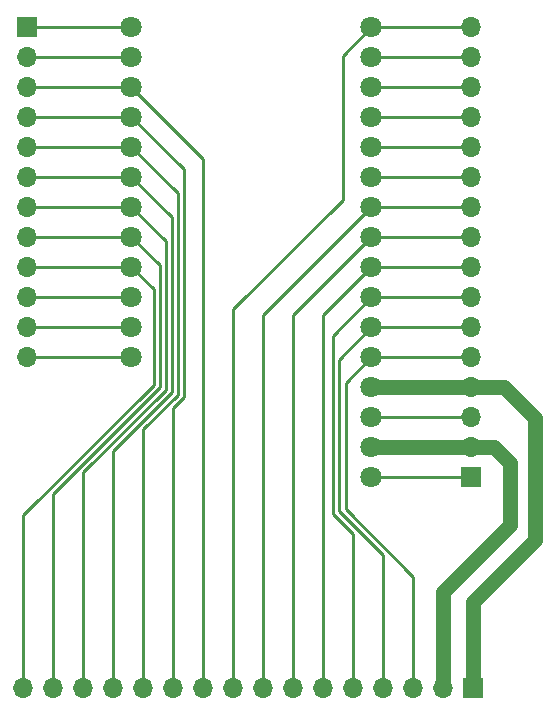
<source format=gbr>
%TF.GenerationSoftware,KiCad,Pcbnew,(5.1.8)-1*%
%TF.CreationDate,2021-11-07T11:05:33-05:00*%
%TF.ProjectId,controller,636f6e74-726f-46c6-9c65-722e6b696361,rev?*%
%TF.SameCoordinates,Original*%
%TF.FileFunction,Copper,L1,Top*%
%TF.FilePolarity,Positive*%
%FSLAX46Y46*%
G04 Gerber Fmt 4.6, Leading zero omitted, Abs format (unit mm)*
G04 Created by KiCad (PCBNEW (5.1.8)-1) date 2021-11-07 11:05:33*
%MOMM*%
%LPD*%
G01*
G04 APERTURE LIST*
%TA.AperFunction,ComponentPad*%
%ADD10C,1.800000*%
%TD*%
%TA.AperFunction,ComponentPad*%
%ADD11O,1.700000X1.700000*%
%TD*%
%TA.AperFunction,ComponentPad*%
%ADD12R,1.700000X1.700000*%
%TD*%
%TA.AperFunction,Conductor*%
%ADD13C,0.254000*%
%TD*%
%TA.AperFunction,Conductor*%
%ADD14C,1.270000*%
%TD*%
G04 APERTURE END LIST*
D10*
%TO.P,U1,28*%
%TO.N,/D2*%
X157215000Y-58834999D03*
%TO.P,U1,27*%
%TO.N,/TX*%
X157215000Y-61374999D03*
%TO.P,U1,26*%
%TO.N,/RX*%
X157215000Y-63914999D03*
%TO.P,U1,25*%
%TO.N,/MI*%
X157215000Y-66454999D03*
%TO.P,U1,24*%
%TO.N,/MO*%
X157215000Y-68994999D03*
%TO.P,U1,23*%
%TO.N,/SCK*%
X157215000Y-71534999D03*
%TO.P,U1,22*%
%TO.N,/A5*%
X157215000Y-74074999D03*
%TO.P,U1,21*%
%TO.N,/A4*%
X157215000Y-76614999D03*
%TO.P,U1,20*%
%TO.N,/A3*%
X157215000Y-79154999D03*
%TO.P,U1,19*%
%TO.N,/A2*%
X157215000Y-81694999D03*
%TO.P,U1,18*%
%TO.N,/A1*%
X157215000Y-84234999D03*
%TO.P,U1,17*%
%TO.N,/A0*%
X157215000Y-86774999D03*
%TO.P,U1,16*%
%TO.N,/GND*%
X157215000Y-89314999D03*
%TO.P,U1,15*%
%TO.N,/Aref*%
X157215000Y-91854999D03*
%TO.P,U1,14*%
%TO.N,/3V*%
X157215000Y-94394999D03*
%TO.P,U1,13*%
%TO.N,/Rst*%
X157215000Y-96934999D03*
%TO.P,U1,12*%
%TO.N,/Bat*%
X136895000Y-86774999D03*
%TO.P,U1,11*%
%TO.N,/En*%
X136895000Y-84234999D03*
%TO.P,U1,10*%
%TO.N,/USB*%
X136895000Y-81694999D03*
%TO.P,U1,9*%
%TO.N,/D13*%
X136895000Y-79154999D03*
%TO.P,U1,8*%
%TO.N,/D12*%
X136895000Y-76614999D03*
%TO.P,U1,7*%
%TO.N,/D11*%
X136895000Y-74074999D03*
%TO.P,U1,6*%
%TO.N,/D10*%
X136895000Y-71534999D03*
%TO.P,U1,5*%
%TO.N,/D9*%
X136895000Y-68994999D03*
%TO.P,U1,4*%
%TO.N,/D6*%
X136895000Y-66454999D03*
%TO.P,U1,3*%
%TO.N,/D5*%
X136895000Y-63914999D03*
%TO.P,U1,2*%
%TO.N,/SCL*%
X136895000Y-61374999D03*
%TO.P,U1,1*%
%TO.N,/SDA*%
X136895000Y-58834999D03*
%TD*%
D11*
%TO.P,J3,16*%
%TO.N,/D13*%
X127740000Y-114790000D03*
%TO.P,J3,15*%
%TO.N,/D12*%
X130280000Y-114790000D03*
%TO.P,J3,14*%
%TO.N,/D11*%
X132820000Y-114790000D03*
%TO.P,J3,13*%
%TO.N,/D10*%
X135360000Y-114790000D03*
%TO.P,J3,12*%
%TO.N,/D9*%
X137900000Y-114790000D03*
%TO.P,J3,11*%
%TO.N,/D6*%
X140440000Y-114790000D03*
%TO.P,J3,10*%
%TO.N,/D5*%
X142980000Y-114790000D03*
%TO.P,J3,9*%
%TO.N,/D2*%
X145520000Y-114790000D03*
%TO.P,J3,8*%
%TO.N,/A5*%
X148060000Y-114790000D03*
%TO.P,J3,7*%
%TO.N,/A4*%
X150600000Y-114790000D03*
%TO.P,J3,6*%
%TO.N,/A3*%
X153140000Y-114790000D03*
%TO.P,J3,5*%
%TO.N,/A2*%
X155680000Y-114790000D03*
%TO.P,J3,4*%
%TO.N,/A1*%
X158220000Y-114790000D03*
%TO.P,J3,3*%
%TO.N,/A0*%
X160760000Y-114790000D03*
%TO.P,J3,2*%
%TO.N,/3V*%
X163300000Y-114790000D03*
D12*
%TO.P,J3,1*%
%TO.N,/GND*%
X165840000Y-114790000D03*
%TD*%
D11*
%TO.P,J2,16*%
%TO.N,/D2*%
X165640000Y-58840000D03*
%TO.P,J2,15*%
%TO.N,/TX*%
X165640000Y-61380000D03*
%TO.P,J2,14*%
%TO.N,/RX*%
X165640000Y-63920000D03*
%TO.P,J2,13*%
%TO.N,/MI*%
X165640000Y-66460000D03*
%TO.P,J2,12*%
%TO.N,/MO*%
X165640000Y-69000000D03*
%TO.P,J2,11*%
%TO.N,/SCK*%
X165640000Y-71540000D03*
%TO.P,J2,10*%
%TO.N,/A5*%
X165640000Y-74080000D03*
%TO.P,J2,9*%
%TO.N,/A4*%
X165640000Y-76620000D03*
%TO.P,J2,8*%
%TO.N,/A3*%
X165640000Y-79160000D03*
%TO.P,J2,7*%
%TO.N,/A2*%
X165640000Y-81700000D03*
%TO.P,J2,6*%
%TO.N,/A1*%
X165640000Y-84240000D03*
%TO.P,J2,5*%
%TO.N,/A0*%
X165640000Y-86780000D03*
%TO.P,J2,4*%
%TO.N,/GND*%
X165640000Y-89320000D03*
%TO.P,J2,3*%
%TO.N,/Aref*%
X165640000Y-91860000D03*
%TO.P,J2,2*%
%TO.N,/3V*%
X165640000Y-94400000D03*
D12*
%TO.P,J2,1*%
%TO.N,/Rst*%
X165640000Y-96940000D03*
%TD*%
D11*
%TO.P,J1,12*%
%TO.N,/Bat*%
X128020000Y-86780000D03*
%TO.P,J1,11*%
%TO.N,/En*%
X128020000Y-84240000D03*
%TO.P,J1,10*%
%TO.N,/USB*%
X128020000Y-81700000D03*
%TO.P,J1,9*%
%TO.N,/D13*%
X128020000Y-79160000D03*
%TO.P,J1,8*%
%TO.N,/D12*%
X128020000Y-76620000D03*
%TO.P,J1,7*%
%TO.N,/D11*%
X128020000Y-74080000D03*
%TO.P,J1,6*%
%TO.N,/D10*%
X128020000Y-71540000D03*
%TO.P,J1,5*%
%TO.N,/D9*%
X128020000Y-69000000D03*
%TO.P,J1,4*%
%TO.N,/D6*%
X128020000Y-66460000D03*
%TO.P,J1,3*%
%TO.N,/D5*%
X128020000Y-63920000D03*
%TO.P,J1,2*%
%TO.N,/SCL*%
X128020000Y-61380000D03*
D12*
%TO.P,J1,1*%
%TO.N,/SDA*%
X128020000Y-58840000D03*
%TD*%
D13*
%TO.N,/Bat*%
X136889999Y-86780000D02*
X136895000Y-86774999D01*
X128020000Y-86780000D02*
X136889999Y-86780000D01*
%TO.N,/En*%
X136889999Y-84240000D02*
X136895000Y-84234999D01*
X128020000Y-84240000D02*
X136889999Y-84240000D01*
%TO.N,/USB*%
X136889999Y-81700000D02*
X136895000Y-81694999D01*
X128020000Y-81700000D02*
X136889999Y-81700000D01*
%TO.N,/D13*%
X136889999Y-79160000D02*
X136895000Y-79154999D01*
X128020000Y-79160000D02*
X136889999Y-79160000D01*
X127740000Y-114790000D02*
X127740000Y-100170000D01*
X127740000Y-100170000D02*
X138780000Y-89130000D01*
X138780000Y-81039999D02*
X136895000Y-79154999D01*
X138780000Y-89130000D02*
X138780000Y-81039999D01*
%TO.N,/D12*%
X136889999Y-76620000D02*
X136895000Y-76614999D01*
X128020000Y-76620000D02*
X136889999Y-76620000D01*
X130280000Y-114790000D02*
X130280000Y-98348434D01*
X139288010Y-79008009D02*
X136895000Y-76614999D01*
X139288010Y-89340424D02*
X139288010Y-79008009D01*
X130280000Y-98348434D02*
X139288010Y-89340424D01*
%TO.N,/D11*%
X136889999Y-74080000D02*
X136895000Y-74074999D01*
X128020000Y-74080000D02*
X136889999Y-74080000D01*
X139796020Y-76976019D02*
X139796019Y-89550849D01*
X136895000Y-74074999D02*
X139796020Y-76976019D01*
X132820000Y-96526868D02*
X132820000Y-114790000D01*
X139796019Y-89550849D02*
X132820000Y-96526868D01*
%TO.N,/D10*%
X136889999Y-71540000D02*
X136895000Y-71534999D01*
X128020000Y-71540000D02*
X136889999Y-71540000D01*
X135360000Y-114790000D02*
X135360000Y-94705302D01*
X140304028Y-74944027D02*
X136895000Y-71534999D01*
X140304028Y-89761272D02*
X140304028Y-74944027D01*
X135360000Y-94705302D02*
X140304028Y-89761272D01*
%TO.N,/D9*%
X136889999Y-69000000D02*
X136895000Y-68994999D01*
X128020000Y-69000000D02*
X136889999Y-69000000D01*
X137900000Y-114790000D02*
X137900000Y-92883735D01*
X140812038Y-72912037D02*
X136895000Y-68994999D01*
X140812038Y-89971696D02*
X140812038Y-72912037D01*
X137900000Y-92883735D02*
X140812038Y-89971696D01*
%TO.N,/D6*%
X136889999Y-66460000D02*
X136895000Y-66454999D01*
X128020000Y-66460000D02*
X136889999Y-66460000D01*
X136895000Y-66454999D02*
X141320048Y-70880047D01*
X141320048Y-70880047D02*
X141320047Y-90182121D01*
X140440000Y-91062168D02*
X140440000Y-114790000D01*
X141320047Y-90182121D02*
X140440000Y-91062168D01*
%TO.N,/D5*%
X136889999Y-63920000D02*
X136895000Y-63914999D01*
X128020000Y-63920000D02*
X136889999Y-63920000D01*
X142980000Y-69999999D02*
X136895000Y-63914999D01*
X142980000Y-114790000D02*
X142980000Y-69999999D01*
%TO.N,/SCL*%
X136889999Y-61380000D02*
X136895000Y-61374999D01*
X128020000Y-61380000D02*
X136889999Y-61380000D01*
%TO.N,/SDA*%
X128025001Y-58834999D02*
X128020000Y-58840000D01*
X136895000Y-58834999D02*
X128025001Y-58834999D01*
%TO.N,/D2*%
X165634999Y-58834999D02*
X165640000Y-58840000D01*
X157215000Y-58834999D02*
X165634999Y-58834999D01*
X157215000Y-58834999D02*
X154770000Y-61279999D01*
X154770000Y-61279999D02*
X154770000Y-73490000D01*
X145520000Y-82740000D02*
X145520000Y-114790000D01*
X154770000Y-73490000D02*
X145520000Y-82740000D01*
%TO.N,/TX*%
X165634999Y-61374999D02*
X165640000Y-61380000D01*
X157215000Y-61374999D02*
X165634999Y-61374999D01*
%TO.N,/RX*%
X165634999Y-63914999D02*
X165640000Y-63920000D01*
X157215000Y-63914999D02*
X165634999Y-63914999D01*
%TO.N,/MI*%
X165634999Y-66454999D02*
X165640000Y-66460000D01*
X157215000Y-66454999D02*
X165634999Y-66454999D01*
%TO.N,/MO*%
X165634999Y-68994999D02*
X165640000Y-69000000D01*
X157215000Y-68994999D02*
X165634999Y-68994999D01*
%TO.N,/SCK*%
X165634999Y-71534999D02*
X165640000Y-71540000D01*
X157215000Y-71534999D02*
X165634999Y-71534999D01*
%TO.N,/A5*%
X165634999Y-74074999D02*
X165640000Y-74080000D01*
X157215000Y-74074999D02*
X165634999Y-74074999D01*
X148060000Y-83229999D02*
X157215000Y-74074999D01*
X148060000Y-114790000D02*
X148060000Y-83229999D01*
%TO.N,/A4*%
X165634999Y-76614999D02*
X165640000Y-76620000D01*
X157215000Y-76614999D02*
X165634999Y-76614999D01*
X150600000Y-83229999D02*
X157215000Y-76614999D01*
X150600000Y-114790000D02*
X150600000Y-83229999D01*
%TO.N,/A3*%
X165634999Y-79154999D02*
X165640000Y-79160000D01*
X157215000Y-79154999D02*
X165634999Y-79154999D01*
X153140000Y-83229999D02*
X157215000Y-79154999D01*
X153140000Y-114790000D02*
X153140000Y-83229999D01*
%TO.N,/A2*%
X165634999Y-81694999D02*
X165640000Y-81700000D01*
X157215000Y-81694999D02*
X165634999Y-81694999D01*
X155680000Y-114790000D02*
X155680000Y-101780000D01*
X155680000Y-101780000D02*
X153941990Y-100041990D01*
X153941990Y-84968009D02*
X157215000Y-81694999D01*
X153941990Y-100041990D02*
X153941990Y-84968009D01*
%TO.N,/A1*%
X165634999Y-84234999D02*
X165640000Y-84240000D01*
X157215000Y-84234999D02*
X165634999Y-84234999D01*
X158220000Y-114790000D02*
X158220000Y-103558434D01*
X158220000Y-103558434D02*
X154450000Y-99788434D01*
X154450000Y-86999999D02*
X157215000Y-84234999D01*
X154450000Y-99788434D02*
X154450000Y-86999999D01*
%TO.N,/A0*%
X165634999Y-86774999D02*
X165640000Y-86780000D01*
X157215000Y-86774999D02*
X165634999Y-86774999D01*
X160760000Y-114790000D02*
X160760000Y-105380000D01*
X160760000Y-105380000D02*
X155050000Y-99670000D01*
X155050000Y-88939999D02*
X157215000Y-86774999D01*
X155050000Y-99670000D02*
X155050000Y-88939999D01*
D14*
%TO.N,/GND*%
X165840000Y-114790000D02*
X165840000Y-107530000D01*
X165840000Y-107530000D02*
X171070000Y-102300000D01*
X171070000Y-102300000D02*
X171070000Y-91910000D01*
X168480000Y-89320000D02*
X165640000Y-89320000D01*
X171070000Y-91910000D02*
X168480000Y-89320000D01*
X165634999Y-89314999D02*
X165640000Y-89320000D01*
X157215000Y-89314999D02*
X165634999Y-89314999D01*
D13*
%TO.N,/Aref*%
X165634999Y-91854999D02*
X165640000Y-91860000D01*
X157215000Y-91854999D02*
X165634999Y-91854999D01*
D14*
%TO.N,/3V*%
X165634999Y-94394999D02*
X165640000Y-94400000D01*
X157215000Y-94394999D02*
X165634999Y-94394999D01*
X163300000Y-114790000D02*
X163300000Y-106700000D01*
X163300000Y-106700000D02*
X168980000Y-101020000D01*
X168980000Y-101020000D02*
X168980000Y-95780000D01*
X167600000Y-94400000D02*
X165640000Y-94400000D01*
X168980000Y-95780000D02*
X167600000Y-94400000D01*
D13*
%TO.N,/Rst*%
X165634999Y-96934999D02*
X165640000Y-96940000D01*
X157215000Y-96934999D02*
X165634999Y-96934999D01*
%TD*%
M02*

</source>
